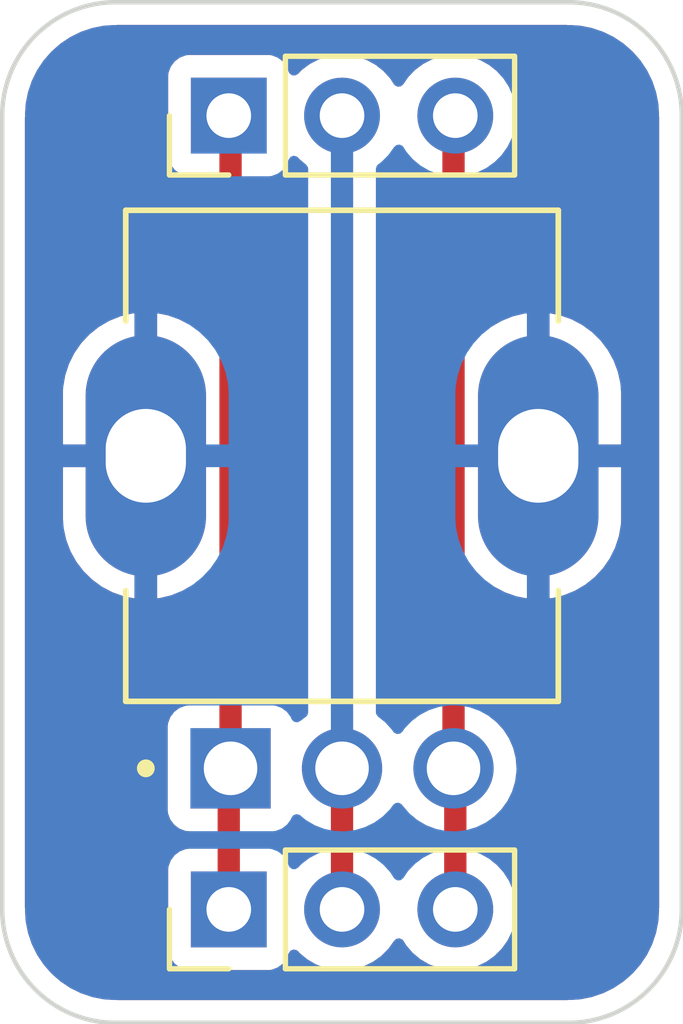
<source format=kicad_pcb>
(kicad_pcb (version 20211014) (generator pcbnew)
  (layers (0 "F.Cu" signal) (31 "B.Cu" signal) (34 "B.Paste" user) (35 "F.Paste" user) (36 "B.SilkS" user "B.Silkscreen") (37 "F.SilkS" user "F.Silkscreen") (38 "B.Mask" user) (39 "F.Mask" user) (44 "Edge.Cuts" user))
  (net 0 "")
  (net 1 "/pin1")
  (net 2 "/pin2")
  (net 3 "/pin3")
  (net 4 "/mounting")
  (footprint "Connector_PinHeader_2.54mm:PinHeader_1x03_P2.54mm_Vertical" (layer "F.Cu") (at 109.22 111.76 90)
    (fp_text reference "J2" hide)
    (fp_text value "Conn_01x03_Male" hide)
    (fp_line (start -1.33 1.27) (end -1.33 6.41) (layer "F.SilkS") (width 0.12))
    (fp_line (start -1.33 0) (end -1.33 -1.33) (layer "F.SilkS") (width 0.12))
    (fp_line (start -1.33 1.27) (end 1.33 1.27) (layer "F.SilkS") (width 0.12))
    (fp_line (start -1.33 6.41) (end 1.33 6.41) (layer "F.SilkS") (width 0.12))
    (fp_line (start 1.33 1.27) (end 1.33 6.41) (layer "F.SilkS") (width 0.12))
    (fp_line (start -1.33 -1.33) (end 0 -1.33) (layer "F.SilkS") (width 0.12))
    (pad "1" thru_hole rect (at 0 0 90) (size 1.7 1.7) (drill 1) (layers *.Cu *.Mask) (net 1 "/pin1"))
    (pad "2" thru_hole oval (at 0 2.54 90) (size 1.7 1.7) (drill 1) (layers *.Cu *.Mask) (net 2 "/pin2"))
    (pad "3" thru_hole oval (at 0 5.08 90) (size 1.7 1.7) (drill 1) (layers *.Cu *.Mask) (net 3 "/pin3"))
  )
  (footprint "Connector_PinHeader_2.54mm:PinHeader_1x03_P2.54mm_Vertical" (layer "F.Cu") (at 109.22 129.54 90)
    (fp_text reference "J1" hide)
    (fp_text value "Conn_01x03_Male" hide)
    (fp_line (start -1.33 1.27) (end -1.33 6.41) (layer "F.SilkS") (width 0.12))
    (fp_line (start -1.33 6.41) (end 1.33 6.41) (layer "F.SilkS") (width 0.12))
    (fp_line (start 1.33 1.27) (end 1.33 6.41) (layer "F.SilkS") (width 0.12))
    (fp_line (start -1.33 0) (end -1.33 -1.33) (layer "F.SilkS") (width 0.12))
    (fp_line (start -1.33 1.27) (end 1.33 1.27) (layer "F.SilkS") (width 0.12))
    (fp_line (start -1.33 -1.33) (end 0 -1.33) (layer "F.SilkS") (width 0.12))
    (pad "1" thru_hole rect (at 0 0 90) (size 1.7 1.7) (drill 1) (layers *.Cu *.Mask) (net 1 "/pin1"))
    (pad "2" thru_hole oval (at 0 2.54 90) (size 1.7 1.7) (drill 1) (layers *.Cu *.Mask) (net 2 "/pin2"))
    (pad "3" thru_hole oval (at 0 5.08 90) (size 1.7 1.7) (drill 1) (layers *.Cu *.Mask) (net 3 "/pin3"))
  )
  (footprint "R0904NB10KL-25KQ:V3_TRIM_R0904NB10KL-Keepout" (layer "F.Cu") (at 111.76 119.38)
    (fp_text reference "RV1" hide)
    (fp_text value "R_Potentiometer_Shield" hide)
    (fp_line (start 4.85 5.5) (end 4.85 3.02) (layer "F.SilkS") (width 0.127))
    (fp_line (start 4.85 -5.5) (end 4.85 -3.02) (layer "F.SilkS") (width 0.127))
    (fp_line (start -4.85 -3.02) (end -4.85 -5.5) (layer "F.SilkS") (width 0.127))
    (fp_line (start -4.85 -5.5) (end 4.85 -5.5) (layer "F.SilkS") (width 0.127))
    (fp_line (start -4.85 3.02) (end -4.85 5.5) (layer "F.SilkS") (width 0.127))
    (fp_line (start -4.85 5.5) (end 4.85 5.5) (layer "F.SilkS") (width 0.127))
    (fp_circle (center -4.4 7) (end -4.3 7) (layer "F.SilkS") (width 0.2) (fill none))
    (pad "0" thru_hole oval (at -4.4 0) (size 2.7 5.4) (drill oval 1.8 2.1) (layers *.Cu *.Mask) (net 4 "/mounting"))
    (pad "0" thru_hole oval (at 4.4 0) (size 2.7 5.4) (drill oval 1.8 2.1) (layers *.Cu *.Mask) (net 4 "/mounting"))
    (pad "1" thru_hole rect (at -2.5 7) (size 1.8 1.8) (drill 1.2) (layers *.Cu *.Mask) (net 1 "/pin1"))
    (pad "2" thru_hole circle (at 0 7) (size 1.8 1.8) (drill 1.2) (layers *.Cu *.Mask) (net 2 "/pin2"))
    (pad "3" thru_hole circle (at 2.5 7) (size 1.8 1.8) (drill 1.2) (layers *.Cu *.Mask) (net 3 "/pin3"))
    (zone (net 0) (net_name "") (layer "F.Cu") (connect_pads (clearance 0)) (min_thickness 0.254)
      (keepout (tracks not_allowed) (vias not_allowed) (pads not_allowed) (copperpour not_allowed) (footprints allowed))
      (fill (thermal_gap 0.508) (thermal_bridge_width 0.508))
      (polygon (pts (xy 113.76 115.08) (xy 109.76 115.08) (xy 109.76 114.08) (xy 113.76 114.08)))
    )
    (zone (net 0) (net_name "") (layer "F.Cu") (connect_pads (clearance 0)) (min_thickness 0.254)
      (keepout (tracks not_allowed) (vias not_allowed) (pads not_allowed) (copperpour not_allowed) (footprints allowed))
      (fill (thermal_gap 0.508) (thermal_bridge_width 0.508))
      (polygon (pts (xy 113.76 123.68) (xy 109.76 123.68) (xy 109.76 122.68) (xy 113.76 122.68)))
    )
  )
  (gr_arc (start 119.38 129.54) (mid 118.636051 131.336051) (end 116.84 132.08) (layer "Edge.Cuts") (width 0.1))
  (gr_line (start 104.14 111.76) (end 104.14 129.54) (layer "Edge.Cuts") (width 0.1))
  (gr_arc (start 116.84 109.22) (mid 118.636051 109.963949) (end 119.38 111.76) (layer "Edge.Cuts") (width 0.1))
  (gr_line (start 106.68 132.08) (end 116.84 132.08) (layer "Edge.Cuts") (width 0.1))
  (gr_arc (start 106.68 132.08) (mid 104.883949 131.336051) (end 104.14 129.54) (layer "Edge.Cuts") (width 0.1))
  (gr_line (start 119.38 111.76) (end 119.38 129.54) (layer "Edge.Cuts") (width 0.1))
  (gr_arc (start 104.14 111.76) (mid 104.883949 109.963949) (end 106.68 109.22) (layer "Edge.Cuts") (width 0.1))
  (gr_line (start 106.68 109.22) (end 116.84 109.22) (layer "Edge.Cuts") (width 0.1))
  (segment (start 109.22 129.54) (end 109.22 126.42) (width 0.5) (layer "F.Cu") (net 1))
  (segment (start 109.26 126.38) (end 109.26 111.8) (width 0.5) (layer "F.Cu") (net 1))
  (segment (start 109.26 111.8) (end 109.22 111.76) (width 0.5) (layer "F.Cu") (net 1))
  (segment (start 109.22 126.42) (end 109.26 126.38) (width 0.5) (layer "F.Cu") (net 1))
  (segment (start 111.76 129.54) (end 111.76 126.38) (width 0.5) (layer "F.Cu") (net 2))
  (segment (start 111.76 126.38) (end 111.76 111.76) (width 0.5) (layer "B.Cu") (net 2))
  (segment (start 114.3 126.42) (end 114.26 126.38) (width 0.5) (layer "F.Cu") (net 3))
  (segment (start 114.26 111.8) (end 114.3 111.76) (width 0.5) (layer "F.Cu") (net 3))
  (segment (start 114.26 126.38) (end 114.26 111.8) (width 0.5) (layer "F.Cu") (net 3))
  (segment (start 114.3 129.54) (end 114.3 126.42) (width 0.5) (layer "F.Cu") (net 3))
  (zone (net 4) (net_name "/mounting") (layers F&B.Cu) (connect_pads (clearance 0.508)) (min_thickness 0.254) (fill yes (thermal_gap 0.508) (thermal_bridge_width 0.508))
    (polygon (pts (xy 119.38 132.08) (xy 104.14 132.08) (xy 104.14 109.22) (xy 119.38 109.22)))
  )
)
</source>
